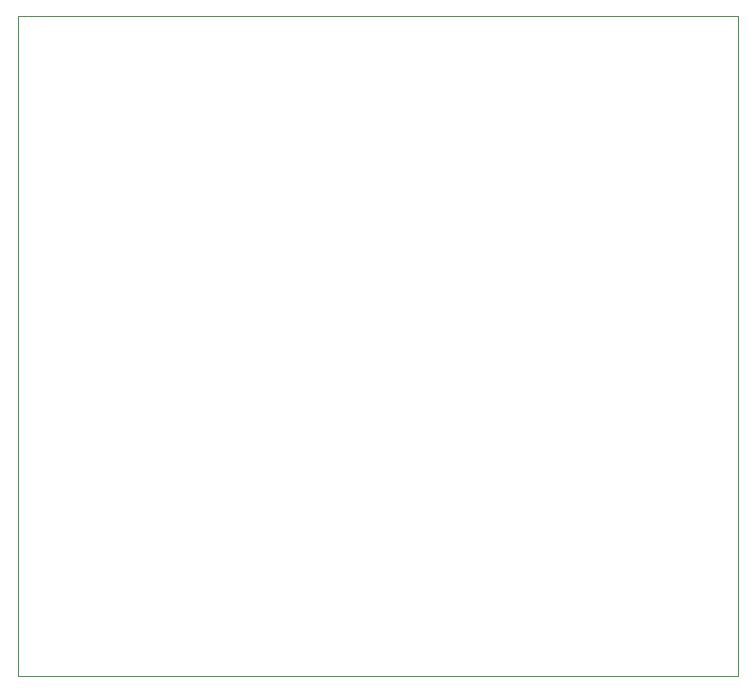
<source format=gbr>
G04 #@! TF.GenerationSoftware,KiCad,Pcbnew,7.0.7*
G04 #@! TF.CreationDate,2023-08-23T14:54:38-06:00*
G04 #@! TF.ProjectId,seedlab-power,73656564-6c61-4622-9d70-6f7765722e6b,rev?*
G04 #@! TF.SameCoordinates,Original*
G04 #@! TF.FileFunction,Profile,NP*
%FSLAX46Y46*%
G04 Gerber Fmt 4.6, Leading zero omitted, Abs format (unit mm)*
G04 Created by KiCad (PCBNEW 7.0.7) date 2023-08-23 14:54:38*
%MOMM*%
%LPD*%
G01*
G04 APERTURE LIST*
G04 #@! TA.AperFunction,Profile*
%ADD10C,0.050000*%
G04 #@! TD*
G04 APERTURE END LIST*
D10*
X22860000Y-33020000D02*
X83820000Y-33020000D01*
X83820000Y-88900000D01*
X22860000Y-88900000D01*
X22860000Y-33020000D01*
M02*

</source>
